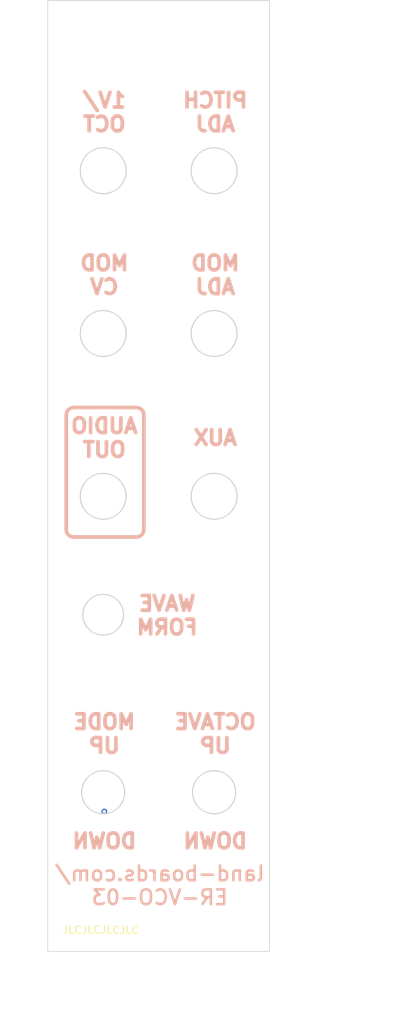
<source format=kicad_pcb>
(kicad_pcb (version 20211014) (generator pcbnew)
  (title_block (title "VCO FRONT PANEL") (date "2022-09-30") (rev "1") (company "LAND BOARDS, LLC"))
  (layers (0 "F.Cu" signal) (31 "B.Cu" signal) (34 "B.Paste" user) (35 "F.Paste" user) (36 "B.SilkS" user "B.Silkscreen") (37 "F.SilkS" user "F.Silkscreen") (38 "B.Mask" user) (39 "F.Mask" user) (44 "Edge.Cuts" user))
  (net 0 "")
  (footprint "" (layer "F.Cu") (at 19.5 3)
    (fp_text reference "" (at 0 0) (layer "F.SilkS") (effects (font (size 1.27 1.27))))
    (fp_text value "" (at 0 0) (layer "F.SilkS") (effects (font (size 1.27 1.27))))
    (pad "" np_thru_hole oval (at 0 0) (size 12 3.2) (drill oval 12 3.2) (layers F&B.Cu *.Mask))
    (pad "" np_thru_hole oval (at 0 0) (size 12 3.2) (drill oval 12 3.2) (layers F&B.Cu *.Mask))
    (pad "" np_thru_hole oval (at 0 0) (size 12 3.2) (drill oval 12 3.2) (layers F&B.Cu *.Mask))
  )
  (footprint "" (layer "F.Cu") (at 19.5 125.5)
    (fp_text reference "" (at 0 0) (layer "F.SilkS") (effects (font (size 1.27 1.27))))
    (fp_text value "" (at 0 0) (layer "F.SilkS") (effects (font (size 1.27 1.27))))
    (pad "" np_thru_hole oval (at 0 0) (size 12 3.2) (drill oval 12 3.2) (layers F&B.Cu *.Mask))
    (pad "" np_thru_hole oval (at 0 0) (size 12 3.2) (drill oval 12 3.2) (layers F&B.Cu *.Mask))
    (pad "" np_thru_hole oval (at 0 0) (size 12 3.2) (drill oval 12 3.2) (layers F&B.Cu *.Mask))
  )
  (gr_arc (start 2.5 56) (mid 2.792894 55.292894) (end 3.5 55) (layer "B.SilkS") (width 0.5))
  (gr_line (start 3.5 55) (end 12 55) (layer "B.SilkS") (width 0.5))
  (gr_line (start 12 72.5) (end 3.5 72.5) (layer "B.SilkS") (width 0.5))
  (gr_line (start 13 56) (end 13 71.5) (layer "B.SilkS") (width 0.5))
  (gr_arc (start 13 71.5) (mid 12.707106 72.207106) (end 12 72.5) (layer "B.SilkS") (width 0.5))
  (gr_arc (start 3.5 72.5) (mid 2.792894 72.207106) (end 2.5 71.5) (layer "B.SilkS") (width 0.5))
  (gr_line (start 2.5 71.5) (end 2.5 56) (layer "B.SilkS") (width 0.5))
  (gr_arc (start 12 55) (mid 12.707106 55.292894) (end 13 56) (layer "B.SilkS") (width 0.5))
  (gr_circle (center 22.5 23) (end 25.6 23) (layer "Edge.Cuts") (width 0.15) (fill none))
  (gr_circle (center 7.5 23) (end 10.6 23) (layer "Edge.Cuts") (width 0.15) (fill none))
  (gr_circle (center 7.5 45) (end 10.6 45) (layer "Edge.Cuts") (width 0.15) (fill none))
  (gr_circle (center 22.5 45) (end 25.6 45) (layer "Edge.Cuts") (width 0.15) (fill none))
  (gr_rect (start 0 0) (end 30 128.5) (layer "Edge.Cuts") (width 0.1) (fill none))
  (gr_circle (center 22.5 67) (end 25.6 67) (layer "Edge.Cuts") (width 0.15) (fill none))
  (gr_circle (center 7.5 67) (end 10.6 67) (layer "Edge.Cuts") (width 0.15) (fill none))
  (gr_circle (center 22.5 107) (end 25.414135 107) (layer "Edge.Cuts") (width 0.15) (fill none))
  (gr_circle (center 7.5 83) (end 10.25 83) (layer "Edge.Cuts") (width 0.15) (fill none))
  (gr_circle (center 7.5 107) (end 10.412 107) (layer "Edge.Cuts") (width 0.15) (fill none))
  (gr_text "1V/\nOCT" (at 7.654 15.1) (layer "B.SilkS") (effects (font (size 2 2) (thickness 0.5)) (justify mirror)))
  (gr_text "DOWN" (at 22.654 113.6) (layer "B.SilkS") (effects (font (size 2 2) (thickness 0.5)) (justify mirror)))
  (gr_text "OCTAVE\nUP" (at 22.654 99.1) (layer "B.SilkS") (effects (font (size 2 2) (thickness 0.5)) (justify mirror)))
  (gr_text "MOD\nCV" (at 7.654 37.1) (layer "B.SilkS") (effects (font (size 2 2) (thickness 0.5)) (justify mirror)))
  (gr_text "PITCH\nADJ" (at 22.654 15.1) (layer "B.SilkS") (effects (font (size 2 2) (thickness 0.5)) (justify mirror)))
  (gr_text "AUDIO\nOUT" (at 7.654 59.1) (layer "B.SilkS") (effects (font (size 2 2) (thickness 0.5)) (justify mirror)))
  (gr_text "AUX" (at 22.654 59.1) (layer "B.SilkS") (effects (font (size 2 2) (thickness 0.5)) (justify mirror)))
  (gr_text "DOWN" (at 7.654 113.6) (layer "B.SilkS") (effects (font (size 2 2) (thickness 0.5)) (justify mirror)))
  (gr_text "MOD\nADJ" (at 22.654 37.1) (layer "B.SilkS") (effects (font (size 2 2) (thickness 0.5)) (justify mirror)))
  (gr_text "WAVE\nFORM" (at 16.154 83.1) (layer "B.SilkS") (effects (font (size 2 2) (thickness 0.5)) (justify mirror)))
  (gr_text "MODE\nUP" (at 7.654 99.1) (layer "B.SilkS") (effects (font (size 2 2) (thickness 0.5)) (justify mirror)))
  (gr_text "land-boards.com/\nER-VCO-03" (at 15.154 119.6) (layer "B.SilkS") (effects (font (size 2 2) (thickness 0.35)) (justify mirror)))
  (gr_text "JLCJLCJLCJLC" (at 7.154 125.6) (layer "F.SilkS") (effects (font (size 1 1))))
  (via (at 7.654 109.6) (size 0.8) (drill 0.4) (layers "F.Cu" "B.Cu") (net 0))
)
</source>
